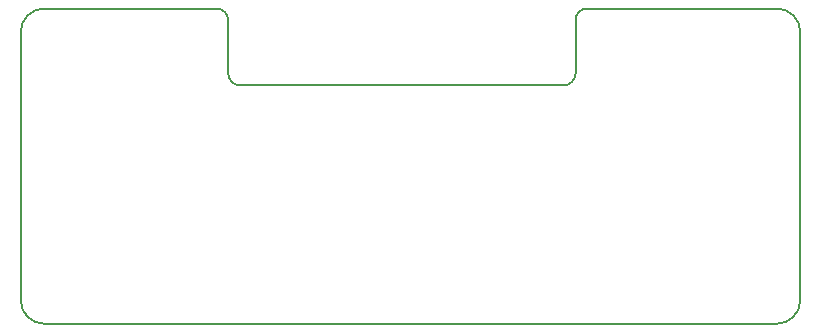
<source format=gbr>
%TF.GenerationSoftware,KiCad,Pcbnew,(6.0.0-0)*%
%TF.CreationDate,2022-01-26T18:23:46+01:00*%
%TF.ProjectId,GlowCoreMini,476c6f77-436f-4726-954d-696e692e6b69,rev?*%
%TF.SameCoordinates,Original*%
%TF.FileFunction,Profile,NP*%
%FSLAX46Y46*%
G04 Gerber Fmt 4.6, Leading zero omitted, Abs format (unit mm)*
G04 Created by KiCad (PCBNEW (6.0.0-0)) date 2022-01-26 18:23:46*
%MOMM*%
%LPD*%
G01*
G04 APERTURE LIST*
%TA.AperFunction,Profile*%
%ADD10C,0.200000*%
%TD*%
G04 APERTURE END LIST*
D10*
X171081000Y-110124000D02*
G75*
G03*
X173081000Y-108124000I1J1999999D01*
G01*
X124652610Y-84424000D02*
G75*
G03*
X123652610Y-83424000I-999999J1D01*
G01*
X124652610Y-84424000D02*
X124652610Y-88924000D01*
X173081000Y-85424000D02*
G75*
G03*
X171081000Y-83424000I-1999999J1D01*
G01*
X107081000Y-108124000D02*
G75*
G03*
X109081000Y-110124000I1999999J-1D01*
G01*
X125652610Y-89924000D02*
X153051978Y-89924000D01*
X154051978Y-88924000D02*
X154051978Y-84424000D01*
X109081000Y-83424000D02*
X123652610Y-83424000D01*
X124652610Y-88924000D02*
G75*
G03*
X125652610Y-89924000I999999J-1D01*
G01*
X155051978Y-83424000D02*
X171081000Y-83424000D01*
X173081000Y-85424000D02*
X173081000Y-108124000D01*
X155051978Y-83424000D02*
G75*
G03*
X154051978Y-84424000I-1J-999999D01*
G01*
X107081000Y-108124000D02*
X107081000Y-85424000D01*
X109081000Y-83424000D02*
G75*
G03*
X107081000Y-85424000I-1J-1999999D01*
G01*
X171081000Y-110124000D02*
X109081000Y-110124000D01*
X153051978Y-89924000D02*
G75*
G03*
X154051978Y-88924000I1J999999D01*
G01*
M02*

</source>
